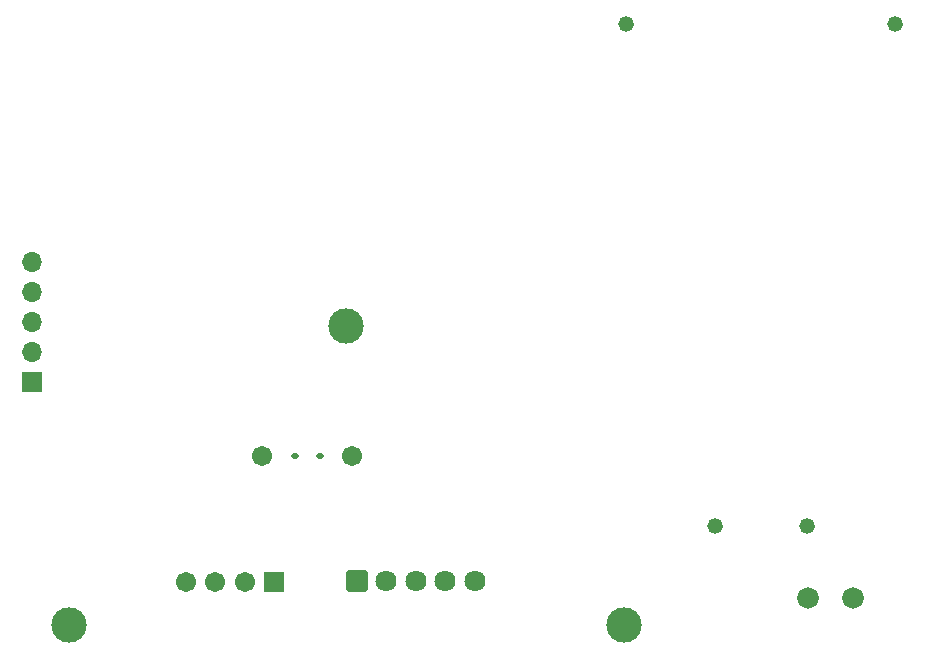
<source format=gbs>
G04 #@! TF.GenerationSoftware,KiCad,Pcbnew,7.0.11-7.0.11~ubuntu22.04.1*
G04 #@! TF.CreationDate,2024-09-13T10:30:39+07:00*
G04 #@! TF.ProjectId,scale,7363616c-652e-46b6-9963-61645f706362,rev?*
G04 #@! TF.SameCoordinates,Original*
G04 #@! TF.FileFunction,Soldermask,Bot*
G04 #@! TF.FilePolarity,Negative*
%FSLAX46Y46*%
G04 Gerber Fmt 4.6, Leading zero omitted, Abs format (unit mm)*
G04 Created by KiCad (PCBNEW 7.0.11-7.0.11~ubuntu22.04.1) date 2024-09-13 10:30:39*
%MOMM*%
%LPD*%
G01*
G04 APERTURE LIST*
G04 Aperture macros list*
%AMRoundRect*
0 Rectangle with rounded corners*
0 $1 Rounding radius*
0 $2 $3 $4 $5 $6 $7 $8 $9 X,Y pos of 4 corners*
0 Add a 4 corners polygon primitive as box body*
4,1,4,$2,$3,$4,$5,$6,$7,$8,$9,$2,$3,0*
0 Add four circle primitives for the rounded corners*
1,1,$1+$1,$2,$3*
1,1,$1+$1,$4,$5*
1,1,$1+$1,$6,$7*
1,1,$1+$1,$8,$9*
0 Add four rect primitives between the rounded corners*
20,1,$1+$1,$2,$3,$4,$5,0*
20,1,$1+$1,$4,$5,$6,$7,0*
20,1,$1+$1,$6,$7,$8,$9,0*
20,1,$1+$1,$8,$9,$2,$3,0*%
G04 Aperture macros list end*
%ADD10C,1.320800*%
%ADD11C,1.828800*%
%ADD12C,1.712000*%
%ADD13RoundRect,0.102000X-0.795000X-0.795000X0.795000X-0.795000X0.795000X0.795000X-0.795000X0.795000X0*%
%ADD14C,1.794000*%
%ADD15RoundRect,0.102000X0.754000X0.754000X-0.754000X0.754000X-0.754000X-0.754000X0.754000X-0.754000X0*%
%ADD16R,1.700000X1.700000*%
%ADD17O,1.700000X1.700000*%
%ADD18C,3.000000*%
%ADD19RoundRect,0.112500X-0.187500X-0.112500X0.187500X-0.112500X0.187500X0.112500X-0.187500X0.112500X0*%
G04 APERTURE END LIST*
D10*
X59700000Y-46616596D03*
X67500000Y-46616596D03*
X52200002Y-4116604D03*
X74999997Y-4116604D03*
D11*
X67628400Y-52704901D03*
X71438400Y-52704901D03*
D12*
X21400000Y-40700000D03*
X29000000Y-40700000D03*
D13*
X29400000Y-51312500D03*
D14*
X31900000Y-51312500D03*
X34400000Y-51312500D03*
X36900000Y-51312500D03*
X39400000Y-51312500D03*
D15*
X22404750Y-51350000D03*
D12*
X19904750Y-51350000D03*
X17404750Y-51350000D03*
X14904750Y-51350000D03*
D16*
X1900000Y-34420000D03*
D17*
X1900000Y-31880000D03*
X1900000Y-29340000D03*
X1900000Y-26800000D03*
X1900000Y-24260000D03*
D18*
X52000000Y-55000000D03*
X28500000Y-29735000D03*
X5000000Y-55000000D03*
D19*
X24200000Y-40700000D03*
X26300000Y-40700000D03*
M02*

</source>
